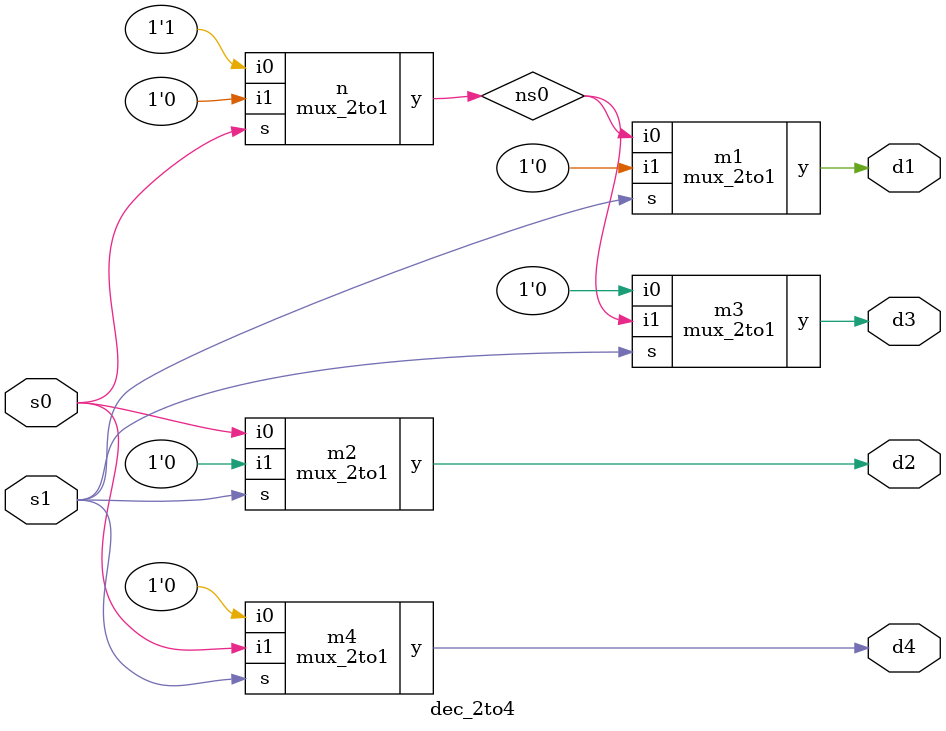
<source format=v>
`timescale 1ns / 1ps


module mux_2to1(i0,i1,s,y);
input i0,i1,s;
output reg y;

always @(*) begin
    case(s)
        1'b0:y=i0;
        1'b1:y=i1;
     endcase
   end
endmodule

module dec_2to4(s0,s1,d1,d2,d3,d4);
input s0,s1;
output  d1,d2,d3,d4;
wire ns0;
mux_2to1 n(1'b1,1'b0,s0,ns0);

mux_2to1 m1(ns0,1'b0,s1,d1);
mux_2to1 m2(s0,1'b0,s1,d2);
mux_2to1 m3(1'b0,ns0,s1,d3);
mux_2to1 m4(1'b0,s0,s1,d4);
endmodule
</source>
